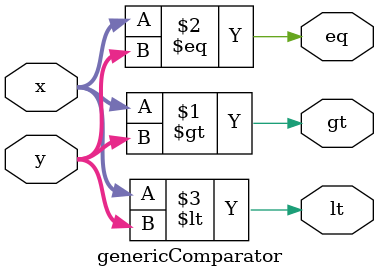
<source format=v>
module genericComparator(x, y, gt, eq, lt);

    parameter N = 8;

    input wire [N-1:0] x, y;
    output wire        gt, eq, lt;

    assign gt = (x > y);
    assign eq = (x == y);
    assign lt = (x < y);

endmodule

</source>
